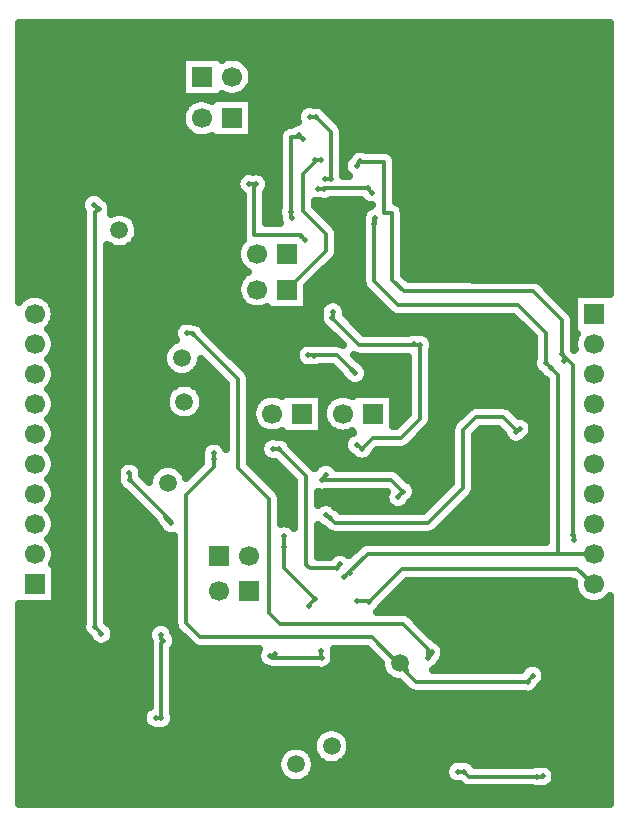
<source format=gbr>
G04 DipTrace 3.0.0.2*
G04 Bottom.gbr*
%MOMM*%
G04 #@! TF.FileFunction,Copper,L2,Bot*
G04 #@! TF.Part,Single*
G04 #@! TA.AperFunction,Conductor*
%ADD14C,0.33*%
G04 #@! TA.AperFunction,CopperBalancing*
%ADD15C,0.635*%
G04 #@! TA.AperFunction,ComponentPad*
%ADD19R,1.7X1.7*%
%ADD20C,1.7*%
%ADD21C,1.5*%
G04 #@! TA.AperFunction,ViaPad*
%ADD25C,0.5*%
%FSLAX35Y35*%
G04*
G71*
G90*
G75*
G01*
G04 Bottom*
%LPD*%
X5081677Y4147260D2*
D14*
X5132153Y4096783D1*
X5464557D1*
X2480170Y5286637D2*
X2506500Y5260307D1*
X2739110D1*
X3117123Y4882293D1*
Y4820920D1*
X3936047Y5404257D2*
X3926393Y5394603D1*
X3612587D1*
X3117123Y4899140D1*
Y4820920D1*
X5321617Y5114593D2*
X5292650Y5143560D1*
X4187090D1*
X3936047Y5394603D1*
Y5404257D1*
X5464557Y4096783D2*
X5485697D1*
X5425953Y4156527D1*
Y5040007D1*
X5351367Y5114593D1*
X5321617D1*
X2232727Y4482553D2*
X2259280Y4509107D1*
Y5162300D1*
X2383617Y5286637D1*
X2480170D1*
X4876890Y3334083D2*
X4863723Y3320917D1*
X4569667D1*
X4357880Y6492397D2*
X4365860Y6500377D1*
X4744900D1*
X3312087Y6913497D2*
Y6940910D1*
X3294120Y6958877D1*
X4357880Y6492397D2*
X4403577D1*
X4407253Y6496073D1*
X4391237Y6011333D2*
X4414740D1*
X4443433Y5982640D1*
X3941547Y5453947D2*
Y5409757D1*
X3936047Y5404257D1*
X5464557Y4096783D2*
X5418400D1*
X5416727Y4095110D1*
X4048887Y1504893D2*
X4092360D1*
X4097157Y1500097D1*
X2501733Y5368160D2*
Y5308200D1*
X2480170Y5286637D1*
X4841017Y3372837D2*
Y3369957D1*
X4876890Y3334083D1*
X2312903Y4424777D2*
X2290503D1*
X2232727Y4482553D1*
X3114913Y4765923D2*
Y4818710D1*
X3117123Y4820920D1*
X4744900Y6500377D2*
X4749177D1*
X4779323Y6470230D1*
X5364420Y5152870D2*
X5359893D1*
X5321617Y5114593D1*
X5697080Y2734783D2*
Y2731903D1*
X5732953Y2696030D1*
X2316347Y3159683D2*
Y3156803D1*
X2352220Y3120930D1*
X4060460Y2801040D2*
X4344943Y3085523D1*
X5827720D1*
X5968000Y2945243D1*
Y2957000D1*
X5697150Y4899807D2*
X5787813Y4809143D1*
Y3371653D1*
X3990217Y6533930D2*
X3991200Y6532947D1*
X4192363D1*
Y6100380D1*
X4256623D1*
Y5533830D1*
X4356307Y5434147D1*
X5452210D1*
X5697150Y5189207D1*
Y4899807D1*
X3959880Y6497053D2*
Y6503593D1*
X3990217Y6533930D1*
X3965173Y2813453D2*
X4048047D1*
X4060460Y2801040D1*
X5798587Y3328950D2*
Y3360880D1*
X5787813Y3371653D1*
X5713507Y4844320D2*
Y4883450D1*
X5697150Y4899807D1*
X5968000Y3211000D2*
X5660073D1*
X4050923D1*
X3889860Y3049937D1*
X3863890Y3023967D1*
X3854433Y3014510D1*
X5559077Y4825460D2*
X5660073Y4724463D1*
Y3211000D1*
X4112543Y6055060D2*
X4108337D1*
Y5518170D1*
X4308227Y5318280D1*
X5326687D1*
X5559077Y5085890D1*
Y4825460D1*
X4112543Y6055060D2*
Y6006960D1*
X4108960Y6003377D1*
X3872297Y3023967D2*
X3863890D1*
X3899627Y3049937D2*
X3889860D1*
X3753823Y5211420D2*
X3982177Y4983067D1*
X4497300D1*
X4003417Y4101517D2*
X4093697Y4191797D1*
X4332673D1*
X4497300Y4356423D1*
Y4983067D1*
X3607813Y2830543D2*
X3346197Y3092160D1*
Y3272017D1*
X3684787Y6297587D2*
X3694440Y6307240D1*
X4051697D1*
X3633663Y6304727D2*
X3677647D1*
X3684787Y6297587D1*
X4051697Y6307240D2*
Y6304013D1*
X4085103Y6270607D1*
X3756730Y5259470D2*
Y5214327D1*
X3753823Y5211420D1*
X4497300Y4983067D2*
X4445620D1*
X4443463Y4985223D1*
X3346197Y3272017D2*
Y3361690D1*
X3346567Y3362060D1*
X3552843Y2769563D2*
Y2775573D1*
X3607813Y2830543D1*
X3960787Y4134497D2*
X3970437D1*
X4003417Y4101517D1*
X3609903Y6547693D2*
Y6531573D1*
X3508867Y6430537D1*
Y6113183D1*
X3701327Y5920723D1*
Y5780077D1*
X3371250Y5450000D1*
X3659040Y6549740D2*
X3611950D1*
X3609903Y6547693D1*
X4871667Y1366197D2*
X4911167Y1326697D1*
X5481723D1*
X5532507D1*
X5533300Y1327490D1*
X4816093Y1367750D2*
X4870113D1*
X4871667Y1366197D1*
X1774000Y6132350D2*
X1745380Y6103730D1*
Y2594617D1*
X1734783Y6167967D2*
X1738383D1*
X1774000Y6132350D1*
X1798150Y2533877D2*
Y2541847D1*
X1745380Y2594617D1*
X2322530Y2474117D2*
X2305853Y2457440D1*
Y1818940D1*
X2256693Y1822810D2*
X2301983D1*
X2305853Y1818940D1*
X2301680Y2527040D2*
Y2494967D1*
X2322530Y2474117D1*
X5406873Y2129023D2*
X4461640D1*
X4383467Y2207197D1*
X4085517Y2505147D1*
X2635693D1*
X2512623Y2628217D1*
Y3711567D1*
X2747217Y3946160D1*
Y4011093D1*
X4323250Y2288070D2*
X4383467Y2227853D1*
Y2207197D1*
X5406873Y2129023D2*
Y2137880D1*
X5448810Y2179817D1*
X2747217Y4011093D2*
Y4059673D1*
X2750397Y4062853D1*
X2577113Y5069693D2*
X2955110Y4691697D1*
Y3937970D1*
X3217980Y3675100D1*
Y2711237D1*
X3311447Y2617770D1*
X4351250D1*
X4560057Y2408963D1*
Y2327227D1*
X4594057Y2378310D2*
Y2361227D1*
X4560057Y2327227D1*
X2519290Y5078493D2*
X2568313D1*
X2577113Y5069693D1*
X3302280Y4095830D2*
X3528783Y3869327D1*
Y3120497D1*
X3561350Y3087930D1*
X3793083D1*
X3818537Y3122017D2*
Y3113383D1*
X3793083Y3087930D1*
X3249163Y4099230D2*
X3298880D1*
X3302280Y4095830D1*
X4353263Y3739803D2*
X4253393Y3839673D1*
X3663370D1*
X4311893Y3691223D2*
Y3698433D1*
X4353263Y3739803D1*
X3663370Y3839673D2*
Y3846977D1*
X3698080Y3881687D1*
X3224450Y2345890D2*
X3238490Y2331850D1*
X3661293D1*
X3224450Y2345890D2*
X3246827D1*
X3265533Y2364597D1*
X3658287Y2392633D2*
Y2334857D1*
X3661293Y2331850D1*
X3740777Y6382760D2*
X3744320Y6379217D1*
Y6781793D1*
X3614047Y6912067D1*
X3562640D1*
X3607943D1*
X3612380Y6907630D1*
X3687243Y6388747D2*
X3734790D1*
X3740777Y6382760D1*
X3487690Y5906597D2*
Y5909650D1*
X3093560D1*
Y6343203D1*
X3050517D1*
X3107487D1*
X3110427Y6340263D1*
X3487690Y5904290D2*
X3523707Y5868273D1*
X3917263Y4769623D2*
X3793883Y4893003D1*
X3549787D1*
X3596757D1*
X3600410Y4889350D1*
X3917263Y4769623D2*
X3918323D1*
X3947243Y4740703D1*
X2037793Y3839337D2*
X2384347Y3492783D1*
Y3471743D1*
X3735893Y3512067D2*
X3773807Y3474153D1*
X4565240D1*
X4862070Y3770983D1*
Y4261743D1*
X4969797Y4369470D1*
X5201210D1*
X5308623Y4262057D1*
Y4244443D1*
X2037793Y3839337D2*
Y3890613D1*
X2034370Y3894037D1*
X2347367Y3526467D2*
Y3508723D1*
X2384347Y3471743D1*
X3696290Y3541433D2*
X3706527D1*
X3735893Y3512067D1*
X3503833Y6727470D2*
X3487540Y6743763D1*
X3402167D1*
Y6053493D1*
X3408887D1*
X3401143Y6103183D2*
Y6061237D1*
X3408887Y6053493D1*
X3469673Y6756990D2*
X3474313D1*
X3503833Y6727470D1*
D25*
X3854433Y3014510D3*
D3*
X3549787Y4893003D3*
X3917263Y4769623D3*
X3663370Y3839673D3*
X3224450Y2345890D3*
X3050517Y6343203D3*
X4353263Y3739803D3*
X3661293Y2331850D3*
X3487690Y5906597D3*
X1774000Y6132350D3*
X1745380Y2594617D3*
X2322530Y2474117D3*
X2305853Y1818940D3*
X2747217Y4011093D3*
X5406873Y2129023D3*
X2577113Y5069693D3*
X4560057Y2327227D3*
X2037793Y3839337D3*
X3753823Y5211420D3*
X4003417Y4101517D3*
X4497300Y4983067D3*
X4060460Y2801040D3*
X3899627Y3049937D3*
X5464557Y4096783D3*
X5081677Y4147260D3*
X5697150Y4899807D3*
X5559077Y4825460D3*
X5787813Y3371653D3*
X3990217Y6533930D3*
X4112543Y6055060D3*
X3117123Y4820920D3*
X2480170Y5286637D3*
X4871667Y1366197D3*
X5481723Y1326697D3*
X3936047Y5404257D3*
X5321617Y5114593D3*
X2232727Y4482553D3*
X3740777Y6382760D3*
X3562640Y6912067D3*
X4569667Y3320917D3*
X4876890Y3334083D3*
X5600897Y4781260D3*
X5308623Y4244443D3*
X2384347Y3471743D3*
X3735893Y3512067D3*
X3302280Y4095830D3*
X3793083Y3087930D3*
X3408887Y6053493D3*
X3503833Y6727470D3*
X3346197Y3272017D3*
X3607813Y2830543D3*
X4357880Y6492397D3*
X4744900Y6500377D3*
X3684787Y6297587D3*
X4051697Y6307240D3*
X4391237Y6011333D3*
X4048887Y1504893D3*
X3312087Y6913497D3*
X2256693Y1822810D3*
X1798150Y2533877D3*
X4097157Y1500097D3*
X5533300Y1327490D3*
X4816093Y1367750D3*
X4594057Y2378310D3*
X5448810Y2179817D3*
X5111933Y4110000D3*
X5416727Y4095110D3*
X5713507Y4844320D3*
X5339450Y4273103D3*
X3960787Y4134497D3*
X3698080Y3881687D3*
X3249163Y4099230D3*
X4311893Y3691223D3*
X3818537Y3122017D3*
X3609903Y6547693D3*
X3965173Y2813453D3*
X3552843Y2769563D3*
X3346567Y3362060D3*
X2347367Y3526467D3*
X2034370Y3894037D3*
X2312903Y4424777D3*
X2750397Y4062853D3*
X2519290Y5078493D3*
X2501733Y5368160D3*
X1734783Y6167967D3*
X3294120Y6958877D3*
X3110427Y6340263D3*
X4443433Y5982640D3*
X4779323Y6470230D3*
X4407253Y6496073D3*
X3959880Y6497053D3*
X3687243Y6388747D3*
X3633663Y6304727D3*
X4085103Y6270607D3*
X4108960Y6003377D3*
X3523707Y5868273D3*
X3401143Y6103183D3*
X3612380Y6907630D3*
X3469673Y6756990D3*
X3114913Y4765923D3*
X3600410Y4889350D3*
X3947243Y4740703D3*
X3756730Y5259470D3*
X3941547Y5453947D3*
X4443463Y4985223D3*
X3265533Y2364597D3*
X3658287Y2392633D3*
X5364420Y5152870D3*
X5798587Y3328950D3*
X4841017Y3372837D3*
X4525817Y3340920D3*
X3696290Y3541433D3*
X2301680Y2527040D3*
X3659040Y6549740D3*
X5732953Y2696030D3*
X5697080Y2734783D3*
X2352220Y3120930D3*
X2316347Y3159683D3*
X1104100Y7639083D2*
D15*
X6095933D1*
X1104100Y7575917D2*
X6095933D1*
X1104100Y7512750D2*
X6095933D1*
X1104100Y7449583D2*
X6095933D1*
X1104100Y7386417D2*
X2474323D1*
X3010650D2*
X6095933D1*
X1104100Y7323250D2*
X2474323D1*
X3062987D2*
X6095933D1*
X1104100Y7260083D2*
X2474323D1*
X3079360D2*
X6095933D1*
X1104100Y7196917D2*
X2474323D1*
X3071050D2*
X6095933D1*
X1104100Y7133750D2*
X2474323D1*
X3033470D2*
X6095933D1*
X1104100Y7070583D2*
X6095933D1*
X1104100Y7007417D2*
X2508803D1*
X3075640D2*
X3502850D1*
X3663260D2*
X6095933D1*
X1104100Y6944250D2*
X2476307D1*
X3075640D2*
X3451877D1*
X3730730D2*
X6095933D1*
X1104100Y6881083D2*
X2471470D1*
X3075640D2*
X3451503D1*
X3793857D2*
X6095933D1*
X1104100Y6817917D2*
X2491563D1*
X3075640D2*
X3327603D1*
X3844707D2*
X6095933D1*
X1104100Y6754750D2*
X2552707D1*
X3075640D2*
X3295607D1*
X3851407D2*
X6095933D1*
X1104100Y6691583D2*
X3295110D1*
X3851407D2*
X6095933D1*
X1104100Y6628417D2*
X3295110D1*
X3851407D2*
X3928993D1*
X4230917D2*
X6095933D1*
X1104100Y6565250D2*
X3295110D1*
X4294170D2*
X6095933D1*
X1104100Y6502083D2*
X3295110D1*
X4299503D2*
X6095933D1*
X1104100Y6438917D2*
X2991377D1*
X3163820D2*
X3295110D1*
X4299503D2*
X6095933D1*
X1104100Y6375750D2*
X2939783D1*
X3220127D2*
X3295110D1*
X4299503D2*
X6095933D1*
X1104100Y6312583D2*
X2939287D1*
X3222483D2*
X3295110D1*
X4299503D2*
X6095933D1*
X1104100Y6249417D2*
X1655520D1*
X1813947D2*
X2986417D1*
X3200653D2*
X3295110D1*
X4299503D2*
X6095933D1*
X1104100Y6186250D2*
X1620670D1*
X1875463D2*
X2986417D1*
X3200653D2*
X3295110D1*
X3616010D2*
X4009237D1*
X4315623D2*
X6095933D1*
X1104100Y6123083D2*
X1628730D1*
X1889230D2*
X2986417D1*
X3200653D2*
X3287297D1*
X3647760D2*
X4020647D1*
X4361140D2*
X6095933D1*
X1104100Y6059917D2*
X1638280D1*
X2071670D2*
X2986417D1*
X3200653D2*
X3293373D1*
X3711010D2*
X3996960D1*
X4363747D2*
X6095933D1*
X1104100Y5996750D2*
X1638280D1*
X2108627D2*
X2986417D1*
X3774140D2*
X3993487D1*
X4363747D2*
X6095933D1*
X1104100Y5933583D2*
X1638280D1*
X2114830D2*
X2986417D1*
X3807623D2*
X4001177D1*
X4363747D2*
X6095933D1*
X1104100Y5870417D2*
X1638280D1*
X2094367D2*
X2987533D1*
X3808493D2*
X4001177D1*
X4363747D2*
X6095933D1*
X1104100Y5807250D2*
X1638280D1*
X2027020D2*
X2947720D1*
X3808493D2*
X4001177D1*
X4363747D2*
X6095933D1*
X1104100Y5744083D2*
X1638280D1*
X1852520D2*
X2938170D1*
X3801797D2*
X4001177D1*
X4363747D2*
X6095933D1*
X1104100Y5680917D2*
X1638280D1*
X1852520D2*
X2953053D1*
X3751070D2*
X4001177D1*
X4363747D2*
X6095933D1*
X1104100Y5617750D2*
X1638280D1*
X1852520D2*
X3002540D1*
X3687817D2*
X4001177D1*
X4363747D2*
X6095933D1*
X1104100Y5554583D2*
X1638280D1*
X1852520D2*
X2977733D1*
X3624690D2*
X4001177D1*
X4384707D2*
X6095933D1*
X1104100Y5491417D2*
X1638280D1*
X1852520D2*
X2946730D1*
X3561563D2*
X4004897D1*
X5543830D2*
X6095933D1*
X1104100Y5428250D2*
X1638280D1*
X1852520D2*
X2943007D1*
X3546927D2*
X4049420D1*
X5606957D2*
X6095933D1*
X1355680Y5365083D2*
X1638280D1*
X1852520D2*
X2964463D1*
X3546927D2*
X3722247D1*
X3791130D2*
X4112550D1*
X5670083D2*
X5792323D1*
X1397107Y5301917D2*
X1638280D1*
X1852520D2*
X3028833D1*
X3546927D2*
X3649693D1*
X3863807D2*
X4175800D1*
X5733337D2*
X5792323D1*
X1407647Y5238750D2*
X1638280D1*
X1852520D2*
X3641633D1*
X3875340D2*
X4240043D1*
X1393633Y5175583D2*
X1638280D1*
X1852520D2*
X2462790D1*
X2610550D2*
X3644237D1*
X3938470D2*
X5320537D1*
X1354193Y5112417D2*
X1638280D1*
X1852520D2*
X2409087D1*
X2684097D2*
X3701163D1*
X4001720D2*
X5383667D1*
X1396610Y5049250D2*
X1638280D1*
X1852520D2*
X2407600D1*
X2746357D2*
X3767143D1*
X4590583D2*
X5446917D1*
X1407647Y4986083D2*
X1638280D1*
X1852520D2*
X2366423D1*
X2809607D2*
X3486107D1*
X4612910D2*
X5452003D1*
X1394253Y4922917D2*
X1638280D1*
X1852520D2*
X2324007D1*
X2872737D2*
X3438357D1*
X4604350D2*
X5452003D1*
X1352830Y4859750D2*
X1638280D1*
X1852520D2*
X2314457D1*
X2935863D2*
X3439350D1*
X3985473D2*
X4390237D1*
X4604350D2*
X5448900D1*
X1395990Y4796583D2*
X1638280D1*
X1852520D2*
X2331323D1*
X2628533D2*
X2701410D1*
X2999117D2*
X3491937D1*
X4047487D2*
X4390237D1*
X4604350D2*
X5447290D1*
X1407647Y4733417D2*
X1638280D1*
X1852520D2*
X2388623D1*
X2571110D2*
X2764537D1*
X3053190D2*
X3804600D1*
X4062617D2*
X4390237D1*
X4604350D2*
X5493797D1*
X1394750Y4670250D2*
X1638280D1*
X1852520D2*
X2827667D1*
X3062243D2*
X3857310D1*
X4037193D2*
X4390237D1*
X4604350D2*
X5552957D1*
X1351340Y4607083D2*
X1638280D1*
X1852520D2*
X2375723D1*
X2624317D2*
X2848007D1*
X3062243D2*
X4390237D1*
X4604350D2*
X5552957D1*
X1395493Y4543917D2*
X1638280D1*
X1852520D2*
X2340503D1*
X2659417D2*
X2848007D1*
X3062243D2*
X3149383D1*
X3674547D2*
X3749407D1*
X4274573D2*
X4390237D1*
X4604350D2*
X5552957D1*
X1407647Y4480750D2*
X1638280D1*
X1852520D2*
X2335540D1*
X2664500D2*
X2848007D1*
X4274573D2*
X4390237D1*
X4604350D2*
X5552957D1*
X1395370Y4417583D2*
X1638280D1*
X1852520D2*
X2357370D1*
X2642673D2*
X2848007D1*
X4274573D2*
X4390237D1*
X4604350D2*
X4869093D1*
X5301983D2*
X5552957D1*
X1350720Y4354417D2*
X1638280D1*
X1852520D2*
X2429053D1*
X2570987D2*
X2848007D1*
X4274573D2*
X4346457D1*
X4604350D2*
X4805840D1*
X5418813D2*
X5552957D1*
X1394997Y4291250D2*
X1638280D1*
X1852520D2*
X2848007D1*
X3062243D2*
X3108827D1*
X3674547D2*
X3708853D1*
X4580540D2*
X4759330D1*
X5453540D2*
X5552957D1*
X1407647Y4228083D2*
X1638280D1*
X1852520D2*
X2848007D1*
X3062243D2*
X3897987D1*
X4517783D2*
X4754990D1*
X4977290D2*
X5193787D1*
X5445353D2*
X5552957D1*
X1395867Y4164917D2*
X1638280D1*
X1852520D2*
X2705007D1*
X2795840D2*
X2848007D1*
X3062243D2*
X3155460D1*
X3393263D2*
X3849497D1*
X4454657D2*
X4754990D1*
X4969230D2*
X5227270D1*
X5389917D2*
X5552957D1*
X1352210Y4101750D2*
X1638280D1*
X1852520D2*
X2641880D1*
X3062243D2*
X3133507D1*
X3445230D2*
X3850117D1*
X4384210D2*
X4754990D1*
X4969230D2*
X5552957D1*
X1394377Y4038583D2*
X1638280D1*
X1852520D2*
X2635057D1*
X3062243D2*
X3151863D1*
X3508357D2*
X3902080D1*
X4099080D2*
X4754990D1*
X4969230D2*
X5552957D1*
X1407647Y3975417D2*
X1638280D1*
X1852520D2*
X1955037D1*
X2113713D2*
X2627617D1*
X3066460D2*
X3273903D1*
X3571483D2*
X3635553D1*
X3760620D2*
X4754990D1*
X4969230D2*
X5552957D1*
X1396360Y3912250D2*
X1638280D1*
X1852520D2*
X1920310D1*
X2148440D2*
X2230617D1*
X2492233D2*
X2564487D1*
X3129713D2*
X3337030D1*
X4329640D2*
X4754990D1*
X4969230D2*
X5552957D1*
X1353697Y3849083D2*
X1638280D1*
X1852520D2*
X1922543D1*
X3192840D2*
X3400157D1*
X4392767D2*
X4754990D1*
X4969230D2*
X5552957D1*
X1393880Y3785917D2*
X1638280D1*
X1852520D2*
X1936060D1*
X3255970D2*
X3421737D1*
X4458747D2*
X4728200D1*
X4969230D2*
X5552957D1*
X1407647Y3722750D2*
X1638280D1*
X1852520D2*
X2005513D1*
X3313143D2*
X3421737D1*
X3635853D2*
X4200853D1*
X4467553D2*
X4664950D1*
X4956827D2*
X5552957D1*
X1396857Y3659583D2*
X1638280D1*
X1852520D2*
X2068767D1*
X3325050D2*
X3421737D1*
X3635853D2*
X4200977D1*
X4433820D2*
X4601820D1*
X4899527D2*
X5552957D1*
X1355060Y3596417D2*
X1638280D1*
X1852520D2*
X2131893D1*
X3325050D2*
X3421737D1*
X3811717D2*
X4251207D1*
X4372550D2*
X4538693D1*
X4836400D2*
X5552957D1*
X1393260Y3533250D2*
X1638280D1*
X1852520D2*
X2195023D1*
X3325050D2*
X3421737D1*
X4773147D2*
X5552957D1*
X1407523Y3470083D2*
X1638280D1*
X1852520D2*
X2247360D1*
X3369400D2*
X3421737D1*
X4710020D2*
X5552957D1*
X1397353Y3406917D2*
X1638280D1*
X1852520D2*
X2290023D1*
X3635853D2*
X3692233D1*
X4646890D2*
X5552957D1*
X1356550Y3343750D2*
X1638280D1*
X1852520D2*
X2405490D1*
X3635853D2*
X5552957D1*
X1392640Y3280583D2*
X1638280D1*
X1852520D2*
X2405490D1*
X3635853D2*
X3971657D1*
X1407523Y3217417D2*
X1638280D1*
X1852520D2*
X2405490D1*
X3635853D2*
X3758833D1*
X1397850Y3154250D2*
X1638280D1*
X1852520D2*
X2405490D1*
X1407647Y3091083D2*
X1638280D1*
X1852520D2*
X2405490D1*
X1407647Y3027917D2*
X1638280D1*
X1852520D2*
X2405490D1*
X1407647Y2964750D2*
X1638280D1*
X1852520D2*
X2405490D1*
X4373047D2*
X5792570D1*
X1407647Y2901583D2*
X1638280D1*
X1852520D2*
X2405490D1*
X4309797D2*
X5801747D1*
X1407647Y2838417D2*
X1638280D1*
X1852520D2*
X2405490D1*
X4246667D2*
X5840817D1*
X1104100Y2775250D2*
X1638280D1*
X1852520D2*
X2405490D1*
X4183540D2*
X6095933D1*
X1104100Y2712083D2*
X1638280D1*
X1852520D2*
X2405490D1*
X4393017D2*
X6095933D1*
X1104100Y2648917D2*
X1638280D1*
X1852520D2*
X2405490D1*
X4468917D2*
X6095933D1*
X1104100Y2585750D2*
X1630097D1*
X1900640D2*
X2203207D1*
X4532170D2*
X6095933D1*
X1104100Y2522583D2*
X1656883D1*
X1913167D2*
X2186093D1*
X2426873D2*
X2469363D1*
X4595297D2*
X6095933D1*
X1104100Y2459417D2*
X1711827D1*
X1884517D2*
X2198743D1*
X2437167D2*
X2532613D1*
X4673680D2*
X6095933D1*
X1104100Y2396250D2*
X2198743D1*
X2412980D2*
X3121107D1*
X3773890D2*
X4045577D1*
X4708160D2*
X6095933D1*
X1104100Y2333083D2*
X2198743D1*
X2412980D2*
X3109570D1*
X3776867D2*
X4108703D1*
X4699850D2*
X6095933D1*
X1104100Y2269917D2*
X2198743D1*
X2412980D2*
X3139583D1*
X3757643D2*
X4158687D1*
X4659417D2*
X5380563D1*
X5517040D2*
X6095933D1*
X1104100Y2206750D2*
X2198743D1*
X2412980D2*
X4179893D1*
X5561067D2*
X6095933D1*
X1104100Y2143583D2*
X2198743D1*
X2412980D2*
X4249843D1*
X5558217D2*
X6095933D1*
X1104100Y2080417D2*
X2198743D1*
X2412980D2*
X4361463D1*
X5511087D2*
X6095933D1*
X1104100Y2017250D2*
X2198743D1*
X2412980D2*
X6095933D1*
X1104100Y1954083D2*
X2198743D1*
X2412980D2*
X6095933D1*
X1104100Y1890917D2*
X2164883D1*
X2412980D2*
X6095933D1*
X1104100Y1827750D2*
X2141197D1*
X2421167D2*
X6095933D1*
X1104100Y1764583D2*
X2157817D1*
X2407027D2*
X6095933D1*
X1104100Y1701417D2*
X3633943D1*
X3859467D2*
X6095933D1*
X1104100Y1638250D2*
X3590907D1*
X3902380D2*
X6095933D1*
X1104100Y1575083D2*
X3376843D1*
X3517287D2*
X3581233D1*
X3912177D2*
X6095933D1*
X1104100Y1511917D2*
X3304660D1*
X3895680D2*
X6095933D1*
X1104100Y1448750D2*
X3282707D1*
X3611543D2*
X3654407D1*
X3838880D2*
X4736387D1*
X4949633D2*
X6095933D1*
X1104100Y1385583D2*
X3287543D1*
X3606707D2*
X4701907D1*
X5632257D2*
X6095933D1*
X1104100Y1322417D2*
X3322520D1*
X3571733D2*
X4710343D1*
X5648877D2*
X6095933D1*
X1104100Y1259250D2*
X4796663D1*
X5625063D2*
X6095933D1*
X1104100Y1196083D2*
X6095933D1*
X1104100Y1132917D2*
X6095933D1*
X1378597Y3126290D2*
X1401290D1*
Y2787710D1*
X1097803D1*
X1097750Y1097750D1*
X6102250D1*
Y2853797D1*
X6087707Y2837293D1*
X6067507Y2820040D1*
X6044857Y2806160D1*
X6020313Y2795997D1*
X5994483Y2789793D1*
X5968000Y2787710D1*
X5941517Y2789793D1*
X5915687Y2795997D1*
X5891143Y2806160D1*
X5868493Y2820040D1*
X5848293Y2837293D1*
X5831040Y2857493D1*
X5817160Y2880143D1*
X5806997Y2904687D1*
X5800793Y2930517D1*
X5798710Y2957000D1*
X5799360Y2971367D1*
X5764220Y2984733D1*
X4386693D1*
X4161430Y2759217D1*
X4153647Y2743937D1*
X4143563Y2730063D1*
X4132053Y2718503D1*
X4359157Y2718250D1*
X4374780Y2715777D1*
X4389820Y2710887D1*
X4403913Y2703707D1*
X4416707Y2694410D1*
X4557223Y2554337D1*
X4630033Y2481523D1*
X4643673Y2475687D1*
X4658297Y2466727D1*
X4671337Y2455590D1*
X4682473Y2442550D1*
X4691433Y2427927D1*
X4697997Y2412083D1*
X4702000Y2395407D1*
X4703347Y2378310D1*
X4702000Y2361213D1*
X4697997Y2344537D1*
X4691433Y2328693D1*
X4679993Y2308563D1*
X4670697Y2295770D1*
X4661027Y2285403D1*
X4653243Y2270123D1*
X4643160Y2256250D1*
X4631033Y2244123D1*
X4617160Y2234040D1*
X4609520Y2229780D1*
X5351507Y2229813D1*
X5360393Y2244057D1*
X5371530Y2257097D1*
X5384570Y2268233D1*
X5399193Y2277193D1*
X5415037Y2283757D1*
X5431713Y2287760D1*
X5448810Y2289107D1*
X5465907Y2287760D1*
X5482583Y2283757D1*
X5498427Y2277193D1*
X5513050Y2268233D1*
X5526090Y2257097D1*
X5537227Y2244057D1*
X5546187Y2229433D1*
X5552750Y2213590D1*
X5556753Y2196913D1*
X5558100Y2179817D1*
X5556753Y2162720D1*
X5552750Y2146043D1*
X5546187Y2130200D1*
X5537227Y2115577D1*
X5526090Y2102537D1*
X5513050Y2091400D1*
X5507843Y2087200D1*
X5500060Y2071920D1*
X5489977Y2058047D1*
X5477850Y2045920D1*
X5463977Y2035837D1*
X5448697Y2028053D1*
X5432387Y2022753D1*
X5415447Y2020070D1*
X5398300D1*
X5381360Y2022753D1*
X5364593Y2028263D1*
X4453733Y2028543D1*
X4438110Y2031017D1*
X4423070Y2035907D1*
X4408977Y2043087D1*
X4396183Y2052383D1*
X4319257Y2128867D1*
X4298330Y2130740D1*
X4274027Y2136577D1*
X4250933Y2146140D1*
X4229623Y2159203D1*
X4210613Y2175433D1*
X4194383Y2194443D1*
X4181320Y2215753D1*
X4171757Y2238847D1*
X4165920Y2263150D1*
X4164120Y2284017D1*
X4043753Y2404370D1*
X3766900Y2404357D1*
X3767240Y2384060D1*
X3764630Y2367483D1*
X3769237Y2348947D1*
X3770583Y2331850D1*
X3769237Y2314753D1*
X3765233Y2298077D1*
X3758670Y2282233D1*
X3749710Y2267610D1*
X3738573Y2254570D1*
X3725533Y2243433D1*
X3710910Y2234473D1*
X3695067Y2227910D1*
X3678390Y2223907D1*
X3661293Y2222560D1*
X3644197Y2223907D1*
X3627520Y2227910D1*
X3619013Y2231090D1*
X3230583Y2231370D1*
X3214960Y2233843D1*
X3190677Y2241950D1*
X3174833Y2248513D1*
X3160210Y2257473D1*
X3147170Y2268610D1*
X3136033Y2281650D1*
X3127073Y2296273D1*
X3120510Y2312117D1*
X3116507Y2328793D1*
X3115160Y2345890D1*
X3116507Y2362987D1*
X3120510Y2379663D1*
X3127073Y2395507D1*
X3132213Y2404417D1*
X2627787Y2404667D1*
X2612163Y2407140D1*
X2597123Y2412030D1*
X2583030Y2419210D1*
X2570237Y2428507D1*
X2441353Y2556947D1*
X2431083Y2568973D1*
X2422820Y2582460D1*
X2416767Y2597070D1*
X2413073Y2612450D1*
X2411833Y2628217D1*
Y3366033D1*
X2392920Y3362790D1*
X2375773D1*
X2358833Y3365473D1*
X2342523Y3370773D1*
X2327243Y3378557D1*
X2313370Y3388640D1*
X2301243Y3400767D1*
X2291160Y3414640D1*
X2283203Y3430390D1*
X2265827Y3449480D1*
X2257160Y3463837D1*
X2246397Y3484643D1*
X2244297Y3490337D1*
X1995970Y3738367D1*
X1980690Y3746150D1*
X1966817Y3756233D1*
X1954690Y3768360D1*
X1944607Y3782233D1*
X1936823Y3797513D1*
X1931523Y3813823D1*
X1928840Y3830763D1*
Y3847910D1*
X1930430Y3860263D1*
X1926427Y3876940D1*
X1925080Y3894037D1*
X1926427Y3911133D1*
X1930430Y3927810D1*
X1936993Y3943653D1*
X1945953Y3958277D1*
X1957090Y3971317D1*
X1970130Y3982453D1*
X1984753Y3991413D1*
X2000597Y3997977D1*
X2017273Y4001980D1*
X2034370Y4003327D1*
X2051467Y4001980D1*
X2068143Y3997977D1*
X2083987Y3991413D1*
X2098610Y3982453D1*
X2111650Y3971317D1*
X2122787Y3958277D1*
X2131747Y3943653D1*
X2138310Y3927810D1*
X2142313Y3911133D1*
X2143660Y3894037D1*
X2142350Y3877240D1*
X2202110Y3817560D1*
X2204063Y3837720D1*
X2209900Y3862023D1*
X2219463Y3885117D1*
X2232527Y3906427D1*
X2248757Y3925437D1*
X2267767Y3941667D1*
X2289077Y3954730D1*
X2312170Y3964293D1*
X2336473Y3970130D1*
X2361393Y3972090D1*
X2386313Y3970130D1*
X2410617Y3964293D1*
X2433710Y3954730D1*
X2455020Y3941667D1*
X2474030Y3925437D1*
X2490260Y3906427D1*
X2503323Y3885117D1*
X2512887Y3862023D1*
X2514570Y3856050D1*
X2641567Y3983050D1*
X2638263Y4002520D1*
Y4019667D1*
X2640947Y4036607D1*
X2642453Y4045757D1*
X2641107Y4062853D1*
X2642453Y4079950D1*
X2646457Y4096627D1*
X2653020Y4112470D1*
X2661980Y4127093D1*
X2673117Y4140133D1*
X2686157Y4151270D1*
X2700780Y4160230D1*
X2716623Y4166793D1*
X2733300Y4170797D1*
X2750397Y4172143D1*
X2767493Y4170797D1*
X2784170Y4166793D1*
X2800013Y4160230D1*
X2814637Y4151270D1*
X2827677Y4140133D1*
X2838813Y4127093D1*
X2847773Y4112470D1*
X2854320Y4096720D1*
Y4649990D1*
X2639077Y4865193D1*
X2637230Y4843297D1*
X2631393Y4818993D1*
X2621830Y4795900D1*
X2608767Y4774590D1*
X2592537Y4755580D1*
X2573527Y4739350D1*
X2552217Y4726287D1*
X2529123Y4716723D1*
X2504820Y4710887D1*
X2479900Y4708927D1*
X2454980Y4710887D1*
X2430677Y4716723D1*
X2407583Y4726287D1*
X2386273Y4739350D1*
X2367263Y4755580D1*
X2351033Y4774590D1*
X2337970Y4795900D1*
X2328407Y4818993D1*
X2322570Y4843297D1*
X2320610Y4868217D1*
X2322570Y4893137D1*
X2328407Y4917440D1*
X2337970Y4940533D1*
X2351033Y4961843D1*
X2367263Y4980853D1*
X2386273Y4997083D1*
X2407583Y5010147D1*
X2427790Y5018647D1*
X2418320Y5036670D1*
X2413020Y5052980D1*
X2410337Y5069920D1*
Y5087067D1*
X2413020Y5104007D1*
X2418320Y5120317D1*
X2426103Y5135597D1*
X2436187Y5149470D1*
X2448313Y5161597D1*
X2462187Y5171680D1*
X2477467Y5179463D1*
X2493777Y5184763D1*
X2510717Y5187447D1*
X2527863D1*
X2544803Y5184763D1*
X2561570Y5179253D1*
X2585687Y5178647D1*
X2602627Y5175963D1*
X2618937Y5170663D1*
X2634217Y5162880D1*
X2648090Y5152797D1*
X2660217Y5140670D1*
X2670300Y5126797D1*
X2678257Y5111047D1*
X3031750Y4757153D1*
X3041047Y4744360D1*
X3048227Y4730267D1*
X3053117Y4715227D1*
X3055590Y4699603D1*
X3055900Y4501197D1*
Y3979677D1*
X3294620Y3740557D1*
X3303917Y3727763D1*
X3311097Y3713670D1*
X3315987Y3698630D1*
X3318460Y3683007D1*
X3318770Y3484600D1*
Y3467857D1*
X3337993Y3471013D1*
X3355140D1*
X3372080Y3468330D1*
X3388390Y3463030D1*
X3403670Y3455247D1*
X3417543Y3445163D1*
X3428010Y3434837D1*
X3427993Y3827553D1*
X3264490Y3991080D1*
X3249163Y3989940D1*
X3232067Y3991287D1*
X3215390Y3995290D1*
X3199547Y4001853D1*
X3184923Y4010813D1*
X3171883Y4021950D1*
X3160747Y4034990D1*
X3151787Y4049613D1*
X3145223Y4065457D1*
X3141220Y4082133D1*
X3139873Y4099230D1*
X3141220Y4116327D1*
X3145223Y4133003D1*
X3151787Y4148847D1*
X3160747Y4163470D1*
X3171883Y4176510D1*
X3184923Y4187647D1*
X3199547Y4196607D1*
X3215390Y4203170D1*
X3232067Y4207173D1*
X3249163Y4208520D1*
X3266260Y4207173D1*
X3282453Y4203307D1*
X3302280Y4205120D1*
X3319377Y4203773D1*
X3336053Y4199770D1*
X3351897Y4193207D1*
X3366520Y4184247D1*
X3379560Y4173110D1*
X3390697Y4160070D1*
X3399657Y4145447D1*
X3403423Y4137183D1*
X3600703Y3939893D1*
X3604893Y3938790D1*
X3614977Y3952663D1*
X3627103Y3964790D1*
X3640977Y3974873D1*
X3656257Y3982657D1*
X3672567Y3987957D1*
X3689507Y3990640D1*
X3706653D1*
X3723593Y3987957D1*
X3739903Y3982657D1*
X3755183Y3974873D1*
X3769057Y3964790D1*
X3781183Y3952663D1*
X3790370Y3940463D1*
X4261300Y3940153D1*
X4276923Y3937680D1*
X4291963Y3932790D1*
X4306057Y3925610D1*
X4318850Y3916313D1*
X4394733Y3840873D1*
X4410367Y3832990D1*
X4424240Y3822907D1*
X4436367Y3810780D1*
X4446450Y3796907D1*
X4454233Y3781627D1*
X4459533Y3765317D1*
X4462217Y3748377D1*
Y3731230D1*
X4459533Y3714290D1*
X4454233Y3697980D1*
X4446450Y3682700D1*
X4436367Y3668827D1*
X4424240Y3656700D1*
X4412180Y3647830D1*
X4405080Y3634120D1*
X4394997Y3620247D1*
X4382870Y3608120D1*
X4368997Y3598037D1*
X4353717Y3590253D1*
X4337407Y3584953D1*
X4320467Y3582270D1*
X4303320D1*
X4286380Y3584953D1*
X4270070Y3590253D1*
X4254790Y3598037D1*
X4240917Y3608120D1*
X4228790Y3620247D1*
X4218707Y3634120D1*
X4210923Y3649400D1*
X4205623Y3665710D1*
X4202940Y3682650D1*
Y3699797D1*
X4205623Y3716737D1*
X4213013Y3737583D1*
X4158143Y3738883D1*
X3705193Y3738703D1*
X3688883Y3733403D1*
X3671943Y3730720D1*
X3654797D1*
X3637857Y3733403D1*
X3629567Y3735743D1*
X3629573Y3628100D1*
X3646673Y3638810D1*
X3662517Y3645373D1*
X3679193Y3649377D1*
X3696290Y3650723D1*
X3713387Y3649377D1*
X3730063Y3645373D1*
X3745907Y3638810D1*
X3760530Y3629850D1*
X3773570Y3618713D1*
X3779500Y3612280D1*
X3792997Y3605253D1*
X3806870Y3595170D1*
X3818997Y3583043D1*
X3825260Y3574883D1*
X4523530Y3574943D1*
X4761360Y3812813D1*
X4761590Y4269650D1*
X4764063Y4285273D1*
X4768953Y4300313D1*
X4776133Y4314407D1*
X4785430Y4327200D1*
X4898527Y4440740D1*
X4910553Y4451010D1*
X4924040Y4459273D1*
X4938650Y4465327D1*
X4954030Y4469020D1*
X4969797Y4470260D1*
X5209117Y4469950D1*
X5224740Y4467477D1*
X5239780Y4462587D1*
X5253873Y4455407D1*
X5266667Y4446110D1*
X5331150Y4382070D1*
X5348023Y4382057D1*
X5364963Y4379373D1*
X5381273Y4374073D1*
X5396553Y4366290D1*
X5410427Y4356207D1*
X5422553Y4344080D1*
X5432637Y4330207D1*
X5440420Y4314927D1*
X5445720Y4298617D1*
X5448403Y4281677D1*
Y4264530D1*
X5445720Y4247590D1*
X5440420Y4231280D1*
X5432637Y4216000D1*
X5422553Y4202127D1*
X5410427Y4190000D1*
X5397040Y4180203D1*
X5385903Y4167163D1*
X5372863Y4156027D1*
X5358240Y4147067D1*
X5342397Y4140503D1*
X5325720Y4136500D1*
X5308623Y4135153D1*
X5291527Y4136500D1*
X5274850Y4140503D1*
X5259007Y4147067D1*
X5244383Y4156027D1*
X5231343Y4167163D1*
X5220207Y4180203D1*
X5211247Y4194827D1*
X5204683Y4210670D1*
X5200660Y4227513D1*
X5159390Y4268750D1*
X5011577Y4268680D1*
X4962753Y4219887D1*
X4962550Y3763077D1*
X4960077Y3747453D1*
X4955187Y3732413D1*
X4948007Y3718320D1*
X4938710Y3705527D1*
X4798637Y3565010D1*
X4630697Y3397513D1*
X4617903Y3388217D1*
X4603810Y3381037D1*
X4588770Y3376147D1*
X4573147Y3373673D1*
X4374740Y3373363D1*
X3765900Y3373673D1*
X3750277Y3376147D1*
X3735237Y3381037D1*
X3721143Y3388217D1*
X3708350Y3397513D1*
X3694070Y3411097D1*
X3678790Y3418880D1*
X3664917Y3428963D1*
X3652683Y3441220D1*
X3639187Y3448247D1*
X3629550Y3454987D1*
X3629573Y3188810D1*
X3731883Y3188720D1*
X3747560Y3205120D1*
X3761433Y3215203D1*
X3776713Y3222987D1*
X3793023Y3228287D1*
X3809963Y3230970D1*
X3827110D1*
X3844050Y3228287D1*
X3860360Y3222987D1*
X3875640Y3215203D1*
X3889513Y3205120D1*
X3896250Y3198830D1*
X3985467Y3287640D1*
X3998260Y3296937D1*
X4012353Y3304117D1*
X4027393Y3309007D1*
X4043017Y3311480D1*
X4241423Y3311790D1*
X5559420D1*
X5559073Y4680290D1*
X5543793Y4688073D1*
X5529920Y4698157D1*
X5517793Y4710283D1*
X5507710Y4724157D1*
X5503763Y4731203D1*
X5488100Y4742357D1*
X5475973Y4754483D1*
X5465890Y4768357D1*
X5458107Y4783637D1*
X5452807Y4799947D1*
X5450123Y4816887D1*
Y4834033D1*
X5452807Y4850973D1*
X5458317Y4867740D1*
X5458287Y5044113D1*
X5284963Y5217467D1*
X4300320Y5217800D1*
X4284697Y5220273D1*
X4269657Y5225163D1*
X4255563Y5232343D1*
X4242770Y5241640D1*
X4102253Y5381713D1*
X4031697Y5452713D1*
X4022400Y5465507D1*
X4015220Y5479600D1*
X4010330Y5494640D1*
X4007857Y5510263D1*
X4007547Y5708670D1*
Y5962547D1*
X4002690Y5977863D1*
X4000007Y5994803D1*
Y6011950D1*
X4002690Y6028890D1*
X4004600Y6037963D1*
X4003253Y6055060D1*
X4004600Y6072157D1*
X4008603Y6088833D1*
X4015167Y6104677D1*
X4024127Y6119300D1*
X4035263Y6132340D1*
X4048303Y6143477D1*
X4062927Y6152437D1*
X4078770Y6159000D1*
X4085103Y6161317D1*
X4068007Y6162663D1*
X4051330Y6166667D1*
X4035487Y6173230D1*
X4020863Y6182190D1*
X4007823Y6193327D1*
X3996593Y6206507D1*
X3744987Y6206450D1*
X3726610Y6196617D1*
X3710300Y6191317D1*
X3693360Y6188633D1*
X3676213D1*
X3659273Y6191317D1*
X3644630Y6196000D1*
X3625090Y6195773D1*
X3609630Y6198163D1*
X3609657Y6154833D1*
X3777967Y5986180D1*
X3787263Y5973387D1*
X3794443Y5959293D1*
X3799333Y5944253D1*
X3801807Y5928630D1*
X3802117Y5780077D1*
X3800877Y5764310D1*
X3797183Y5748930D1*
X3791130Y5734320D1*
X3782867Y5720833D1*
X3772597Y5708807D1*
X3540460Y5476670D1*
X3540540Y5280710D1*
X3201960D1*
Y5303407D1*
X3182033Y5293597D1*
X3156770Y5285387D1*
X3130533Y5281233D1*
X3103967D1*
X3077730Y5285387D1*
X3052467Y5293597D1*
X3028797Y5305657D1*
X3007303Y5321270D1*
X2988520Y5340053D1*
X2972907Y5361547D1*
X2960847Y5385217D1*
X2952637Y5410480D1*
X2948483Y5436717D1*
Y5463283D1*
X2952637Y5489520D1*
X2960847Y5514783D1*
X2972907Y5538453D1*
X2988520Y5559947D1*
X3007303Y5578730D1*
X3028797Y5594343D1*
X3037810Y5599393D1*
X3014117Y5613820D1*
X2993917Y5631073D1*
X2976663Y5651273D1*
X2962783Y5673923D1*
X2952620Y5698467D1*
X2946417Y5724297D1*
X2944333Y5750780D1*
X2946417Y5777263D1*
X2952620Y5803093D1*
X2962783Y5827637D1*
X2976663Y5850287D1*
X2993917Y5870487D1*
X2998913Y5875103D1*
X2994010Y5893883D1*
X2992770Y5909650D1*
Y6250343D1*
X2979540Y6260100D1*
X2967413Y6272227D1*
X2957330Y6286100D1*
X2949547Y6301380D1*
X2944247Y6317690D1*
X2941563Y6334630D1*
Y6351777D1*
X2944247Y6368717D1*
X2949547Y6385027D1*
X2957330Y6400307D1*
X2967413Y6414180D1*
X2979540Y6426307D1*
X2993413Y6436390D1*
X3008693Y6444173D1*
X3025003Y6449473D1*
X3041943Y6452157D1*
X3059090D1*
X3076030Y6449473D1*
X3085517Y6446693D1*
X3101853Y6449217D1*
X3119000D1*
X3135940Y6446533D1*
X3152250Y6441233D1*
X3167530Y6433450D1*
X3181403Y6423367D1*
X3193530Y6411240D1*
X3203613Y6397367D1*
X3211397Y6382087D1*
X3216697Y6365777D1*
X3219380Y6348837D1*
Y6331690D1*
X3216697Y6314750D1*
X3211397Y6298440D1*
X3203613Y6283160D1*
X3194300Y6270260D1*
X3194350Y6010450D1*
X3308493Y6010440D1*
X3302617Y6027980D1*
X3299933Y6044920D1*
X3299930Y6061967D1*
X3294873Y6077670D1*
X3292190Y6094610D1*
Y6111757D1*
X3294873Y6128697D1*
X3301420Y6147717D1*
X3301687Y6751670D1*
X3304160Y6767293D1*
X3309050Y6782333D1*
X3316230Y6796427D1*
X3325527Y6809220D1*
X3336710Y6820403D1*
X3349503Y6829700D1*
X3363597Y6836880D1*
X3378637Y6841770D1*
X3394260Y6844243D1*
X3404277Y6844553D1*
X3420057Y6854367D1*
X3435900Y6860930D1*
X3452577Y6864933D1*
X3463543Y6866040D1*
X3456370Y6886553D1*
X3453687Y6903493D1*
Y6920640D1*
X3456370Y6937580D1*
X3461670Y6953890D1*
X3469453Y6969170D1*
X3479537Y6983043D1*
X3491663Y6995170D1*
X3505537Y7005253D1*
X3520817Y7013037D1*
X3537127Y7018337D1*
X3554067Y7021020D1*
X3571213D1*
X3588153Y7018337D1*
X3596947Y7015810D1*
X3612380Y7016920D1*
X3629477Y7015573D1*
X3646153Y7011570D1*
X3661997Y7005007D1*
X3676620Y6996047D1*
X3689660Y6984910D1*
X3700797Y6971870D1*
X3707710Y6960903D1*
X3820960Y6847250D1*
X3830257Y6834457D1*
X3837437Y6820363D1*
X3842327Y6805323D1*
X3844800Y6789700D1*
X3845110Y6591293D1*
Y6415303D1*
X3847107Y6407977D1*
X3895640Y6408637D1*
X3882600Y6419773D1*
X3871463Y6432813D1*
X3862503Y6447437D1*
X3855940Y6463280D1*
X3851937Y6479957D1*
X3850590Y6497053D1*
X3851937Y6514150D1*
X3855940Y6530827D1*
X3862503Y6546670D1*
X3871463Y6561293D1*
X3882600Y6574333D1*
X3892840Y6583547D1*
X3901800Y6598170D1*
X3912937Y6611210D1*
X3925977Y6622347D1*
X3940600Y6631307D1*
X3956443Y6637870D1*
X3973120Y6641873D1*
X3990217Y6643220D1*
X4007313Y6641873D1*
X4023990Y6637870D1*
X4034627Y6633707D1*
X4200270Y6633427D1*
X4215893Y6630953D1*
X4230933Y6626063D1*
X4245027Y6618883D1*
X4257820Y6609587D1*
X4269003Y6598403D1*
X4278300Y6585610D1*
X4285480Y6571517D1*
X4290370Y6556477D1*
X4292843Y6540853D1*
X4293153Y6342447D1*
Y6194240D1*
X4309287Y6186317D1*
X4322080Y6177020D1*
X4333263Y6165837D1*
X4342560Y6153043D1*
X4349740Y6138950D1*
X4354630Y6123910D1*
X4357103Y6108287D1*
X4357413Y5909880D1*
Y5575637D1*
X4398140Y5534853D1*
X5460117Y5534627D1*
X5475740Y5532153D1*
X5490780Y5527263D1*
X5504873Y5520083D1*
X5517667Y5510787D1*
X5658183Y5370713D1*
X5773790Y5254663D1*
X5783087Y5241870D1*
X5790267Y5227777D1*
X5795157Y5212737D1*
X5797630Y5197113D1*
X5797940Y4998707D1*
X5798293Y4941160D1*
X5803387Y4949480D1*
X5799233Y4975717D1*
Y5002283D1*
X5803387Y5028520D1*
X5811597Y5053783D1*
X5821550Y5073693D1*
X5798710Y5073710D1*
Y5412290D1*
X6102197D1*
X6102250Y7702250D1*
X1097750D1*
Y5346177D1*
X1112293Y5362707D1*
X1132493Y5379960D1*
X1155143Y5393840D1*
X1179687Y5404003D1*
X1205517Y5410207D1*
X1232000Y5412290D1*
X1258483Y5410207D1*
X1284313Y5404003D1*
X1308857Y5393840D1*
X1331507Y5379960D1*
X1351707Y5362707D1*
X1368960Y5342507D1*
X1382840Y5319857D1*
X1393003Y5295313D1*
X1399207Y5269483D1*
X1401290Y5243000D1*
X1399207Y5216517D1*
X1393003Y5190687D1*
X1382840Y5166143D1*
X1368960Y5143493D1*
X1351707Y5123293D1*
X1343890Y5116070D1*
X1360730Y5098947D1*
X1376343Y5077453D1*
X1388403Y5053783D1*
X1396613Y5028520D1*
X1400767Y5002283D1*
Y4975717D1*
X1396613Y4949480D1*
X1388403Y4924217D1*
X1376343Y4900547D1*
X1360730Y4879053D1*
X1343890Y4862070D1*
X1360730Y4844947D1*
X1376343Y4823453D1*
X1388403Y4799783D1*
X1396613Y4774520D1*
X1400767Y4748283D1*
Y4721717D1*
X1396613Y4695480D1*
X1388403Y4670217D1*
X1376343Y4646547D1*
X1360730Y4625053D1*
X1343890Y4608070D1*
X1360730Y4590947D1*
X1376343Y4569453D1*
X1388403Y4545783D1*
X1396613Y4520520D1*
X1400767Y4494283D1*
Y4467717D1*
X1396613Y4441480D1*
X1388403Y4416217D1*
X1376343Y4392547D1*
X1360730Y4371053D1*
X1343890Y4354070D1*
X1360730Y4336947D1*
X1376343Y4315453D1*
X1388403Y4291783D1*
X1396613Y4266520D1*
X1400767Y4240283D1*
Y4213717D1*
X1396613Y4187480D1*
X1388403Y4162217D1*
X1376343Y4138547D1*
X1360730Y4117053D1*
X1343890Y4100070D1*
X1360730Y4082947D1*
X1376343Y4061453D1*
X1388403Y4037783D1*
X1396613Y4012520D1*
X1400767Y3986283D1*
Y3959717D1*
X1396613Y3933480D1*
X1388403Y3908217D1*
X1376343Y3884547D1*
X1360730Y3863053D1*
X1343890Y3846070D1*
X1360730Y3828947D1*
X1376343Y3807453D1*
X1388403Y3783783D1*
X1396613Y3758520D1*
X1400767Y3732283D1*
Y3705717D1*
X1396613Y3679480D1*
X1388403Y3654217D1*
X1376343Y3630547D1*
X1360730Y3609053D1*
X1343890Y3592070D1*
X1360730Y3574947D1*
X1376343Y3553453D1*
X1388403Y3529783D1*
X1396613Y3504520D1*
X1400767Y3478283D1*
Y3451717D1*
X1396613Y3425480D1*
X1388403Y3400217D1*
X1376343Y3376547D1*
X1360730Y3355053D1*
X1343890Y3338070D1*
X1360730Y3320947D1*
X1376343Y3299453D1*
X1388403Y3275783D1*
X1396613Y3250520D1*
X1400767Y3224283D1*
Y3197717D1*
X1396613Y3171480D1*
X1388403Y3146217D1*
X1378450Y3126307D1*
X2512460Y7419290D2*
X2819290D1*
Y7396593D1*
X2839217Y7406403D1*
X2864480Y7414613D1*
X2890717Y7418767D1*
X2917283D1*
X2943520Y7414613D1*
X2968783Y7406403D1*
X2992453Y7394343D1*
X3013947Y7378730D1*
X3032730Y7359947D1*
X3048343Y7338453D1*
X3060403Y7314783D1*
X3068613Y7289520D1*
X3072767Y7263283D1*
Y7236717D1*
X3068613Y7210480D1*
X3060403Y7185217D1*
X3048343Y7161547D1*
X3032730Y7140053D1*
X3013947Y7121270D1*
X2992453Y7105657D1*
X2968783Y7093597D1*
X2943520Y7085387D1*
X2917283Y7081233D1*
X2890717D1*
X2864480Y7085387D1*
X2839217Y7093597D1*
X2819307Y7103550D1*
X2819290Y7080710D1*
X2480710D1*
Y7419290D1*
X2512460D1*
X2762460Y7069290D2*
X3069290D1*
Y6730710D1*
X2730710D1*
Y6753407D1*
X2710783Y6743597D1*
X2685520Y6735387D1*
X2659283Y6731233D1*
X2632717D1*
X2606480Y6735387D1*
X2581217Y6743597D1*
X2557547Y6755657D1*
X2536053Y6771270D1*
X2517270Y6790053D1*
X2501657Y6811547D1*
X2489597Y6835217D1*
X2481387Y6860480D1*
X2477233Y6886717D1*
Y6913283D1*
X2481387Y6939520D1*
X2489597Y6964783D1*
X2501657Y6988453D1*
X2517270Y7009947D1*
X2536053Y7028730D1*
X2557547Y7044343D1*
X2581217Y7056403D1*
X2606480Y7064613D1*
X2632717Y7068767D1*
X2659283D1*
X2685520Y7064613D1*
X2710783Y7056403D1*
X2730693Y7046450D1*
X2730710Y7069290D1*
X2762460D1*
X3361383Y4569290D2*
X3668213D1*
Y4230710D1*
X3329633D1*
Y4253407D1*
X3309707Y4243597D1*
X3284443Y4235387D1*
X3258207Y4231233D1*
X3231640D1*
X3205403Y4235387D1*
X3180140Y4243597D1*
X3156470Y4255657D1*
X3134977Y4271270D1*
X3116193Y4290053D1*
X3100580Y4311547D1*
X3088520Y4335217D1*
X3080310Y4360480D1*
X3076157Y4386717D1*
Y4413283D1*
X3080310Y4439520D1*
X3088520Y4464783D1*
X3100580Y4488453D1*
X3116193Y4509947D1*
X3134977Y4528730D1*
X3156470Y4544343D1*
X3180140Y4556403D1*
X3205403Y4564613D1*
X3231640Y4568767D1*
X3258207D1*
X3284443Y4564613D1*
X3309707Y4556403D1*
X3329617Y4546450D1*
X3329633Y4569290D1*
X3361383D1*
X3961383D2*
X4268213D1*
Y4292593D1*
X4291017Y4292587D1*
X4396547Y4398210D1*
X4396510Y4882407D1*
X3974270Y4882587D1*
X3958647Y4885060D1*
X3943607Y4889950D1*
X3935743Y4893640D1*
X3959087Y4870593D1*
X3974367Y4862810D1*
X3988240Y4852727D1*
X4000367Y4840600D1*
X4006630Y4832440D1*
X4018220Y4823807D1*
X4030347Y4811680D1*
X4040430Y4797807D1*
X4048213Y4782527D1*
X4053513Y4766217D1*
X4056197Y4749277D1*
Y4732130D1*
X4053513Y4715190D1*
X4048213Y4698880D1*
X4040430Y4683600D1*
X4030347Y4669727D1*
X4018220Y4657600D1*
X4004347Y4647517D1*
X3989067Y4639733D1*
X3972757Y4634433D1*
X3955817Y4631750D1*
X3938670D1*
X3921730Y4634433D1*
X3905420Y4639733D1*
X3890140Y4647517D1*
X3876267Y4657600D1*
X3864140Y4669727D1*
X3857877Y4677887D1*
X3846287Y4686520D1*
X3834160Y4698647D1*
X3824077Y4712520D1*
X3816120Y4728270D1*
X3752070Y4792280D1*
X3650027Y4791973D1*
X3634183Y4785410D1*
X3617507Y4781407D1*
X3600410Y4780060D1*
X3583313Y4781407D1*
X3566883Y4785060D1*
X3549787Y4783713D1*
X3532690Y4785060D1*
X3516013Y4789063D1*
X3500170Y4795627D1*
X3485547Y4804587D1*
X3472507Y4815723D1*
X3461370Y4828763D1*
X3452410Y4843387D1*
X3445847Y4859230D1*
X3441843Y4875907D1*
X3440497Y4893003D1*
X3441843Y4910100D1*
X3445847Y4926777D1*
X3452410Y4942620D1*
X3461370Y4957243D1*
X3472507Y4970283D1*
X3485547Y4981420D1*
X3500170Y4990380D1*
X3516013Y4996943D1*
X3532690Y5000947D1*
X3549787Y5002293D1*
X3566883Y5000947D1*
X3583313Y4997293D1*
X3600410Y4998640D1*
X3617507Y4997293D1*
X3632537Y4993757D1*
X3801790Y4993483D1*
X3817413Y4991010D1*
X3832453Y4986120D1*
X3840317Y4982430D1*
X3712000Y5110450D1*
X3696720Y5118233D1*
X3682847Y5128317D1*
X3670720Y5140443D1*
X3660637Y5154317D1*
X3652853Y5169597D1*
X3647553Y5185907D1*
X3644870Y5202847D1*
Y5219993D1*
X3648890Y5241677D1*
X3647440Y5259470D1*
X3648787Y5276567D1*
X3652790Y5293243D1*
X3659353Y5309087D1*
X3668313Y5323710D1*
X3679450Y5336750D1*
X3692490Y5347887D1*
X3707113Y5356847D1*
X3722957Y5363410D1*
X3739633Y5367413D1*
X3756730Y5368760D1*
X3773827Y5367413D1*
X3790503Y5363410D1*
X3806347Y5356847D1*
X3820970Y5347887D1*
X3834010Y5336750D1*
X3845147Y5323710D1*
X3854107Y5309087D1*
X3860670Y5293243D1*
X3864673Y5276567D1*
X3866020Y5259470D1*
X3864750Y5243007D1*
X4023903Y5083880D1*
X4396290Y5083857D1*
X4417950Y5091493D1*
X4434890Y5094177D1*
X4452037D1*
X4468977Y5091493D1*
X4474493Y5089937D1*
X4488727Y5092020D1*
X4505873D1*
X4522813Y5089337D1*
X4539123Y5084037D1*
X4554403Y5076253D1*
X4568277Y5066170D1*
X4580403Y5054043D1*
X4590487Y5040170D1*
X4598270Y5024890D1*
X4603570Y5008580D1*
X4606253Y4991640D1*
Y4974493D1*
X4603570Y4957553D1*
X4598060Y4940787D1*
X4597780Y4348517D1*
X4595307Y4332893D1*
X4590417Y4317853D1*
X4583237Y4303760D1*
X4573940Y4290967D1*
X4433867Y4150450D1*
X4398130Y4115157D1*
X4385337Y4105860D1*
X4371243Y4098680D1*
X4356203Y4093790D1*
X4340580Y4091317D1*
X4142173Y4091007D1*
X4135353D1*
X4104387Y4059693D1*
X4096603Y4044413D1*
X4086520Y4030540D1*
X4074393Y4018413D1*
X4060520Y4008330D1*
X4045240Y4000547D1*
X4028930Y3995247D1*
X4011990Y3992563D1*
X3994843D1*
X3977903Y3995247D1*
X3961593Y4000547D1*
X3946313Y4008330D1*
X3932440Y4018413D1*
X3917470Y4034143D1*
X3903683Y4041310D1*
X3889810Y4051393D1*
X3877683Y4063520D1*
X3867600Y4077393D1*
X3859817Y4092673D1*
X3854517Y4108983D1*
X3851833Y4125923D1*
Y4143070D1*
X3854517Y4160010D1*
X3859817Y4176320D1*
X3867600Y4191600D1*
X3877683Y4205473D1*
X3889810Y4217600D1*
X3903683Y4227683D1*
X3918963Y4235467D1*
X3929627Y4239173D1*
X3921780Y4249160D1*
X3897237Y4238997D1*
X3871407Y4232793D1*
X3844923Y4230710D1*
X3818440Y4232793D1*
X3792610Y4238997D1*
X3768067Y4249160D1*
X3745417Y4263040D1*
X3725217Y4280293D1*
X3707963Y4300493D1*
X3694083Y4323143D1*
X3683920Y4347687D1*
X3677717Y4373517D1*
X3675633Y4400000D1*
X3677717Y4426483D1*
X3683920Y4452313D1*
X3694083Y4476857D1*
X3707963Y4499507D1*
X3725217Y4519707D1*
X3745417Y4536960D1*
X3768067Y4550840D1*
X3792610Y4561003D1*
X3818440Y4567207D1*
X3844923Y4569290D1*
X3871407Y4567207D1*
X3897237Y4561003D1*
X3921780Y4550840D1*
X3929617Y4546450D1*
X3929633Y4569290D1*
X3961383D1*
X2108800Y5937503D2*
X2104890Y5912813D1*
X2097163Y5889043D1*
X2085817Y5866770D1*
X2071127Y5846550D1*
X2053450Y5828873D1*
X2033230Y5814183D1*
X2010957Y5802837D1*
X1987187Y5795110D1*
X1962497Y5791200D1*
X1937503D1*
X1912813Y5795110D1*
X1889043Y5802837D1*
X1866770Y5814183D1*
X1846153Y5829240D1*
X1846523Y2635970D1*
X1875430Y2611157D1*
X1886567Y2598117D1*
X1895527Y2583493D1*
X1902090Y2567650D1*
X1906093Y2550973D1*
X1907440Y2533877D1*
X1906093Y2516780D1*
X1902090Y2500103D1*
X1895527Y2484260D1*
X1886567Y2469637D1*
X1875430Y2456597D1*
X1862390Y2445460D1*
X1847767Y2436500D1*
X1831923Y2429937D1*
X1815247Y2425933D1*
X1798150Y2424587D1*
X1781053Y2425933D1*
X1764377Y2429937D1*
X1748533Y2436500D1*
X1733910Y2445460D1*
X1720870Y2456597D1*
X1709733Y2469637D1*
X1700773Y2484260D1*
X1695150Y2497557D1*
X1681140Y2506200D1*
X1668100Y2517337D1*
X1656963Y2530377D1*
X1648003Y2545000D1*
X1641440Y2560843D1*
X1637437Y2577520D1*
X1636090Y2594617D1*
X1637437Y2611713D1*
X1641440Y2628390D1*
X1644620Y2636897D1*
X1644627Y6104687D1*
X1633813Y6126143D1*
X1628513Y6142453D1*
X1625830Y6159393D1*
Y6176540D1*
X1628513Y6193480D1*
X1633813Y6209790D1*
X1641597Y6225070D1*
X1651680Y6238943D1*
X1663807Y6251070D1*
X1677680Y6261153D1*
X1692960Y6268937D1*
X1709270Y6274237D1*
X1726210Y6276920D1*
X1743357D1*
X1760297Y6274237D1*
X1776607Y6268937D1*
X1791887Y6261153D1*
X1805760Y6251070D1*
X1817887Y6238943D1*
X1825530Y6228723D1*
X1838240Y6220767D1*
X1851280Y6209630D1*
X1862417Y6196590D1*
X1871377Y6181967D1*
X1877940Y6166123D1*
X1881943Y6149447D1*
X1883290Y6132350D1*
X1881943Y6115253D1*
X1877940Y6098577D1*
X1874957Y6090497D1*
X1900777Y6101493D1*
X1925080Y6107330D1*
X1950000Y6109290D1*
X1974920Y6107330D1*
X1999223Y6101493D1*
X2022317Y6091930D1*
X2043627Y6078867D1*
X2062637Y6062637D1*
X2078867Y6043627D1*
X2091930Y6022317D1*
X2101493Y5999223D1*
X2107330Y5974920D1*
X2109290Y5950000D1*
X2108800Y5937503D1*
X2658800Y4487503D2*
X2654890Y4462813D1*
X2647163Y4439043D1*
X2635817Y4416770D1*
X2621127Y4396550D1*
X2603450Y4378873D1*
X2583230Y4364183D1*
X2560957Y4352837D1*
X2537187Y4345110D1*
X2512497Y4341200D1*
X2487503D1*
X2462813Y4345110D1*
X2439043Y4352837D1*
X2416770Y4364183D1*
X2396550Y4378873D1*
X2378873Y4396550D1*
X2364183Y4416770D1*
X2352837Y4439043D1*
X2345110Y4462813D1*
X2341200Y4487503D1*
Y4512497D1*
X2345110Y4537187D1*
X2352837Y4560957D1*
X2364183Y4583230D1*
X2378873Y4603450D1*
X2396550Y4621127D1*
X2416770Y4635817D1*
X2439043Y4647163D1*
X2462813Y4654890D1*
X2487503Y4658800D1*
X2512497D1*
X2537187Y4654890D1*
X2560957Y4647163D1*
X2583230Y4635817D1*
X2603450Y4621127D1*
X2621127Y4603450D1*
X2635817Y4583230D1*
X2647163Y4560957D1*
X2654890Y4537187D1*
X2658800Y4512497D1*
Y4487503D1*
X3905473Y1570393D2*
X3901563Y1545703D1*
X3893837Y1521933D1*
X3882490Y1499660D1*
X3867800Y1479440D1*
X3850123Y1461763D1*
X3829903Y1447073D1*
X3807630Y1435727D1*
X3783860Y1428000D1*
X3759170Y1424090D1*
X3734177D1*
X3709487Y1428000D1*
X3685717Y1435727D1*
X3663443Y1447073D1*
X3643223Y1461763D1*
X3625547Y1479440D1*
X3610857Y1499660D1*
X3599510Y1521933D1*
X3591783Y1545703D1*
X3587873Y1570393D1*
Y1595387D1*
X3591783Y1620077D1*
X3599510Y1643847D1*
X3610857Y1666120D1*
X3625547Y1686340D1*
X3643223Y1704017D1*
X3663443Y1718707D1*
X3685717Y1730053D1*
X3709487Y1737780D1*
X3734177Y1741690D1*
X3759170D1*
X3783860Y1737780D1*
X3807630Y1730053D1*
X3829903Y1718707D1*
X3850123Y1704017D1*
X3867800Y1686340D1*
X3882490Y1666120D1*
X3893837Y1643847D1*
X3901563Y1620077D1*
X3905473Y1595387D1*
Y1570393D1*
X3605907Y1416667D2*
X3601997Y1391977D1*
X3594270Y1368207D1*
X3582923Y1345933D1*
X3568233Y1325713D1*
X3550557Y1308037D1*
X3530337Y1293347D1*
X3508063Y1282000D1*
X3484293Y1274273D1*
X3459603Y1270363D1*
X3434610D1*
X3409920Y1274273D1*
X3386150Y1282000D1*
X3363877Y1293347D1*
X3343657Y1308037D1*
X3325980Y1325713D1*
X3311290Y1345933D1*
X3299943Y1368207D1*
X3292217Y1391977D1*
X3288307Y1416667D1*
Y1441660D1*
X3292217Y1466350D1*
X3299943Y1490120D1*
X3311290Y1512393D1*
X3325980Y1532613D1*
X3343657Y1550290D1*
X3363877Y1564980D1*
X3386150Y1576327D1*
X3409920Y1584053D1*
X3434610Y1587963D1*
X3459603D1*
X3484293Y1584053D1*
X3508063Y1576327D1*
X3530337Y1564980D1*
X3550557Y1550290D1*
X3568233Y1532613D1*
X3582923Y1512393D1*
X3594270Y1490120D1*
X3601997Y1466350D1*
X3605907Y1441660D1*
Y1416667D1*
X2431483Y2465543D2*
X2428800Y2448603D1*
X2423500Y2432293D1*
X2415717Y2417013D1*
X2406610Y2404377D1*
X2406823Y1860763D1*
X2412123Y1844453D1*
X2414807Y1827513D1*
Y1810367D1*
X2412123Y1793427D1*
X2406823Y1777117D1*
X2399040Y1761837D1*
X2388957Y1747963D1*
X2376830Y1735837D1*
X2362957Y1725753D1*
X2347677Y1717970D1*
X2331367Y1712670D1*
X2314427Y1709987D1*
X2297280D1*
X2280340Y1712670D1*
X2273017Y1714737D1*
X2256693Y1713520D1*
X2239597Y1714867D1*
X2222920Y1718870D1*
X2207077Y1725433D1*
X2192453Y1734393D1*
X2179413Y1745530D1*
X2168277Y1758570D1*
X2159317Y1773193D1*
X2152753Y1789037D1*
X2148750Y1805713D1*
X2147403Y1822810D1*
X2148750Y1839907D1*
X2152753Y1856583D1*
X2159317Y1872427D1*
X2168277Y1887050D1*
X2179413Y1900090D1*
X2192453Y1911227D1*
X2205117Y1919090D1*
X2205377Y2465380D1*
X2200710Y2485217D1*
X2195410Y2501527D1*
X2192727Y2518467D1*
Y2535613D1*
X2195410Y2552553D1*
X2200710Y2568863D1*
X2208493Y2584143D1*
X2218577Y2598017D1*
X2230703Y2610143D1*
X2244577Y2620227D1*
X2259857Y2628010D1*
X2276167Y2633310D1*
X2293107Y2635993D1*
X2310253D1*
X2327193Y2633310D1*
X2343503Y2628010D1*
X2358783Y2620227D1*
X2372657Y2610143D1*
X2384783Y2598017D1*
X2394867Y2584143D1*
X2402650Y2568863D1*
X2407950Y2552553D1*
X2410947Y2538357D1*
X2419907Y2523733D1*
X2426470Y2507890D1*
X2430473Y2491213D1*
X2431820Y2474117D1*
X2431483Y2465543D1*
X4846910Y1472617D2*
X4863093Y1475150D1*
X4880240D1*
X4897180Y1472467D1*
X4913490Y1467167D1*
X4928770Y1459383D1*
X4942643Y1449300D1*
X4954770Y1437173D1*
X4962077Y1427453D1*
X5439900Y1427667D1*
X5456210Y1432967D1*
X5473150Y1435650D1*
X5490297D1*
X5505757Y1433260D1*
X5524727Y1436443D1*
X5541873D1*
X5558813Y1433760D1*
X5575123Y1428460D1*
X5590403Y1420677D1*
X5604277Y1410593D1*
X5616403Y1398467D1*
X5626487Y1384593D1*
X5634270Y1369313D1*
X5639570Y1353003D1*
X5642253Y1336063D1*
Y1318917D1*
X5639570Y1301977D1*
X5634270Y1285667D1*
X5626487Y1270387D1*
X5616403Y1256513D1*
X5604277Y1244387D1*
X5590403Y1234303D1*
X5575123Y1226520D1*
X5558813Y1221220D1*
X5541873Y1218537D1*
X5524727D1*
X5509267Y1220927D1*
X5490297Y1217743D1*
X5473150D1*
X5456210Y1220427D1*
X5439443Y1225937D1*
X4903260Y1226217D1*
X4887637Y1228690D1*
X4872597Y1233580D1*
X4858503Y1240760D1*
X4845710Y1250057D1*
X4835250Y1260077D1*
X4816093Y1258460D1*
X4798997Y1259807D1*
X4782320Y1263810D1*
X4766477Y1270373D1*
X4751853Y1279333D1*
X4738813Y1290470D1*
X4727677Y1303510D1*
X4718717Y1318133D1*
X4712153Y1333977D1*
X4708150Y1350653D1*
X4706803Y1367750D1*
X4708150Y1384847D1*
X4712153Y1401523D1*
X4718717Y1417367D1*
X4727677Y1431990D1*
X4738813Y1445030D1*
X4751853Y1456167D1*
X4766477Y1465127D1*
X4782320Y1471690D1*
X4798997Y1475693D1*
X4816093Y1477040D1*
X4833190Y1475693D1*
X4846673Y1472593D1*
D19*
X1232000Y2957000D3*
D20*
Y3211000D3*
Y3465000D3*
Y3719000D3*
Y3973000D3*
Y4227000D3*
Y4481000D3*
Y4735000D3*
Y4989000D3*
Y5243000D3*
D19*
X5968000D3*
D20*
Y4989000D3*
Y4735000D3*
Y4481000D3*
Y4227000D3*
Y3973000D3*
Y3719000D3*
Y3465000D3*
Y3211000D3*
Y2957000D3*
D19*
X3367623Y5750780D3*
D20*
X3113623D3*
D19*
X2650000Y7250000D3*
D20*
X2904000D3*
D19*
X3371250Y5450000D3*
D20*
X3117250D3*
D19*
X2900000Y6900000D3*
D20*
X2646000D3*
D19*
X3498923Y4400000D3*
D20*
X3244923D3*
D19*
X4098923D3*
D20*
X3844923D3*
D19*
X3047217Y2897373D3*
D20*
X2793217D3*
D19*
X2797217Y3197373D3*
D20*
X3051217D3*
D21*
X1950000Y5950000D3*
X2479900Y4868217D3*
X2361393Y3812800D3*
X2500000Y4500000D3*
X3746673Y1582890D3*
X3447107Y1429163D3*
X4323250Y2288070D3*
M02*

</source>
